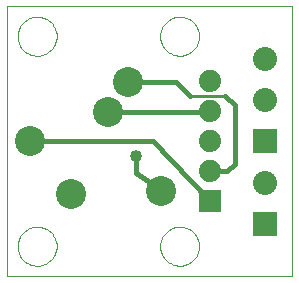
<source format=gtl>
G75*
%MOIN*%
%OFA0B0*%
%FSLAX24Y24*%
%IPPOS*%
%LPD*%
%AMOC8*
5,1,8,0,0,1.08239X$1,22.5*
%
%ADD10C,0.0000*%
%ADD11C,0.1000*%
%ADD12C,0.0800*%
%ADD13R,0.0800X0.0800*%
%ADD14R,0.0740X0.0740*%
%ADD15C,0.0740*%
%ADD16C,0.0160*%
%ADD17C,0.0100*%
%ADD18C,0.0400*%
D10*
X008205Y007100D02*
X008205Y016100D01*
X017705Y016100D01*
X017705Y007100D01*
X008205Y007100D01*
X008555Y008100D02*
X008557Y008150D01*
X008563Y008200D01*
X008573Y008250D01*
X008586Y008298D01*
X008603Y008346D01*
X008624Y008392D01*
X008648Y008436D01*
X008676Y008478D01*
X008707Y008518D01*
X008741Y008555D01*
X008778Y008590D01*
X008817Y008621D01*
X008858Y008650D01*
X008902Y008675D01*
X008948Y008697D01*
X008995Y008715D01*
X009043Y008729D01*
X009092Y008740D01*
X009142Y008747D01*
X009192Y008750D01*
X009243Y008749D01*
X009293Y008744D01*
X009343Y008735D01*
X009391Y008723D01*
X009439Y008706D01*
X009485Y008686D01*
X009530Y008663D01*
X009573Y008636D01*
X009613Y008606D01*
X009651Y008573D01*
X009686Y008537D01*
X009719Y008498D01*
X009748Y008457D01*
X009774Y008414D01*
X009797Y008369D01*
X009816Y008322D01*
X009831Y008274D01*
X009843Y008225D01*
X009851Y008175D01*
X009855Y008125D01*
X009855Y008075D01*
X009851Y008025D01*
X009843Y007975D01*
X009831Y007926D01*
X009816Y007878D01*
X009797Y007831D01*
X009774Y007786D01*
X009748Y007743D01*
X009719Y007702D01*
X009686Y007663D01*
X009651Y007627D01*
X009613Y007594D01*
X009573Y007564D01*
X009530Y007537D01*
X009485Y007514D01*
X009439Y007494D01*
X009391Y007477D01*
X009343Y007465D01*
X009293Y007456D01*
X009243Y007451D01*
X009192Y007450D01*
X009142Y007453D01*
X009092Y007460D01*
X009043Y007471D01*
X008995Y007485D01*
X008948Y007503D01*
X008902Y007525D01*
X008858Y007550D01*
X008817Y007579D01*
X008778Y007610D01*
X008741Y007645D01*
X008707Y007682D01*
X008676Y007722D01*
X008648Y007764D01*
X008624Y007808D01*
X008603Y007854D01*
X008586Y007902D01*
X008573Y007950D01*
X008563Y008000D01*
X008557Y008050D01*
X008555Y008100D01*
X013305Y008100D02*
X013307Y008150D01*
X013313Y008200D01*
X013323Y008250D01*
X013336Y008298D01*
X013353Y008346D01*
X013374Y008392D01*
X013398Y008436D01*
X013426Y008478D01*
X013457Y008518D01*
X013491Y008555D01*
X013528Y008590D01*
X013567Y008621D01*
X013608Y008650D01*
X013652Y008675D01*
X013698Y008697D01*
X013745Y008715D01*
X013793Y008729D01*
X013842Y008740D01*
X013892Y008747D01*
X013942Y008750D01*
X013993Y008749D01*
X014043Y008744D01*
X014093Y008735D01*
X014141Y008723D01*
X014189Y008706D01*
X014235Y008686D01*
X014280Y008663D01*
X014323Y008636D01*
X014363Y008606D01*
X014401Y008573D01*
X014436Y008537D01*
X014469Y008498D01*
X014498Y008457D01*
X014524Y008414D01*
X014547Y008369D01*
X014566Y008322D01*
X014581Y008274D01*
X014593Y008225D01*
X014601Y008175D01*
X014605Y008125D01*
X014605Y008075D01*
X014601Y008025D01*
X014593Y007975D01*
X014581Y007926D01*
X014566Y007878D01*
X014547Y007831D01*
X014524Y007786D01*
X014498Y007743D01*
X014469Y007702D01*
X014436Y007663D01*
X014401Y007627D01*
X014363Y007594D01*
X014323Y007564D01*
X014280Y007537D01*
X014235Y007514D01*
X014189Y007494D01*
X014141Y007477D01*
X014093Y007465D01*
X014043Y007456D01*
X013993Y007451D01*
X013942Y007450D01*
X013892Y007453D01*
X013842Y007460D01*
X013793Y007471D01*
X013745Y007485D01*
X013698Y007503D01*
X013652Y007525D01*
X013608Y007550D01*
X013567Y007579D01*
X013528Y007610D01*
X013491Y007645D01*
X013457Y007682D01*
X013426Y007722D01*
X013398Y007764D01*
X013374Y007808D01*
X013353Y007854D01*
X013336Y007902D01*
X013323Y007950D01*
X013313Y008000D01*
X013307Y008050D01*
X013305Y008100D01*
X013305Y015100D02*
X013307Y015150D01*
X013313Y015200D01*
X013323Y015250D01*
X013336Y015298D01*
X013353Y015346D01*
X013374Y015392D01*
X013398Y015436D01*
X013426Y015478D01*
X013457Y015518D01*
X013491Y015555D01*
X013528Y015590D01*
X013567Y015621D01*
X013608Y015650D01*
X013652Y015675D01*
X013698Y015697D01*
X013745Y015715D01*
X013793Y015729D01*
X013842Y015740D01*
X013892Y015747D01*
X013942Y015750D01*
X013993Y015749D01*
X014043Y015744D01*
X014093Y015735D01*
X014141Y015723D01*
X014189Y015706D01*
X014235Y015686D01*
X014280Y015663D01*
X014323Y015636D01*
X014363Y015606D01*
X014401Y015573D01*
X014436Y015537D01*
X014469Y015498D01*
X014498Y015457D01*
X014524Y015414D01*
X014547Y015369D01*
X014566Y015322D01*
X014581Y015274D01*
X014593Y015225D01*
X014601Y015175D01*
X014605Y015125D01*
X014605Y015075D01*
X014601Y015025D01*
X014593Y014975D01*
X014581Y014926D01*
X014566Y014878D01*
X014547Y014831D01*
X014524Y014786D01*
X014498Y014743D01*
X014469Y014702D01*
X014436Y014663D01*
X014401Y014627D01*
X014363Y014594D01*
X014323Y014564D01*
X014280Y014537D01*
X014235Y014514D01*
X014189Y014494D01*
X014141Y014477D01*
X014093Y014465D01*
X014043Y014456D01*
X013993Y014451D01*
X013942Y014450D01*
X013892Y014453D01*
X013842Y014460D01*
X013793Y014471D01*
X013745Y014485D01*
X013698Y014503D01*
X013652Y014525D01*
X013608Y014550D01*
X013567Y014579D01*
X013528Y014610D01*
X013491Y014645D01*
X013457Y014682D01*
X013426Y014722D01*
X013398Y014764D01*
X013374Y014808D01*
X013353Y014854D01*
X013336Y014902D01*
X013323Y014950D01*
X013313Y015000D01*
X013307Y015050D01*
X013305Y015100D01*
X008555Y015100D02*
X008557Y015150D01*
X008563Y015200D01*
X008573Y015250D01*
X008586Y015298D01*
X008603Y015346D01*
X008624Y015392D01*
X008648Y015436D01*
X008676Y015478D01*
X008707Y015518D01*
X008741Y015555D01*
X008778Y015590D01*
X008817Y015621D01*
X008858Y015650D01*
X008902Y015675D01*
X008948Y015697D01*
X008995Y015715D01*
X009043Y015729D01*
X009092Y015740D01*
X009142Y015747D01*
X009192Y015750D01*
X009243Y015749D01*
X009293Y015744D01*
X009343Y015735D01*
X009391Y015723D01*
X009439Y015706D01*
X009485Y015686D01*
X009530Y015663D01*
X009573Y015636D01*
X009613Y015606D01*
X009651Y015573D01*
X009686Y015537D01*
X009719Y015498D01*
X009748Y015457D01*
X009774Y015414D01*
X009797Y015369D01*
X009816Y015322D01*
X009831Y015274D01*
X009843Y015225D01*
X009851Y015175D01*
X009855Y015125D01*
X009855Y015075D01*
X009851Y015025D01*
X009843Y014975D01*
X009831Y014926D01*
X009816Y014878D01*
X009797Y014831D01*
X009774Y014786D01*
X009748Y014743D01*
X009719Y014702D01*
X009686Y014663D01*
X009651Y014627D01*
X009613Y014594D01*
X009573Y014564D01*
X009530Y014537D01*
X009485Y014514D01*
X009439Y014494D01*
X009391Y014477D01*
X009343Y014465D01*
X009293Y014456D01*
X009243Y014451D01*
X009192Y014450D01*
X009142Y014453D01*
X009092Y014460D01*
X009043Y014471D01*
X008995Y014485D01*
X008948Y014503D01*
X008902Y014525D01*
X008858Y014550D01*
X008817Y014579D01*
X008778Y014610D01*
X008741Y014645D01*
X008707Y014682D01*
X008676Y014722D01*
X008648Y014764D01*
X008624Y014808D01*
X008603Y014854D01*
X008586Y014902D01*
X008573Y014950D01*
X008563Y015000D01*
X008557Y015050D01*
X008555Y015100D01*
D11*
X011554Y012584D03*
X012223Y013569D03*
X008955Y011600D03*
X010333Y009828D03*
X013325Y009946D03*
D12*
X016805Y010222D03*
X016805Y012978D03*
X016805Y014356D03*
D13*
X016805Y011600D03*
X016805Y008844D03*
D14*
X014955Y009600D03*
D15*
X014955Y010600D03*
X014955Y011600D03*
X014955Y012600D03*
X014955Y013600D03*
D16*
X015455Y013100D02*
X015785Y012810D01*
X015785Y010850D01*
X015535Y010600D01*
X014955Y010600D01*
X014955Y009600D02*
X013055Y011600D01*
X008955Y011600D01*
X011554Y012584D02*
X014939Y012584D01*
X014955Y012600D01*
X014305Y013100D02*
X013835Y013570D01*
X012223Y013569D01*
X012505Y011100D02*
X012502Y010533D01*
X013005Y010200D01*
X013325Y009946D01*
D17*
X014305Y013100D02*
X015455Y013100D01*
D18*
X012505Y011100D03*
M02*

</source>
